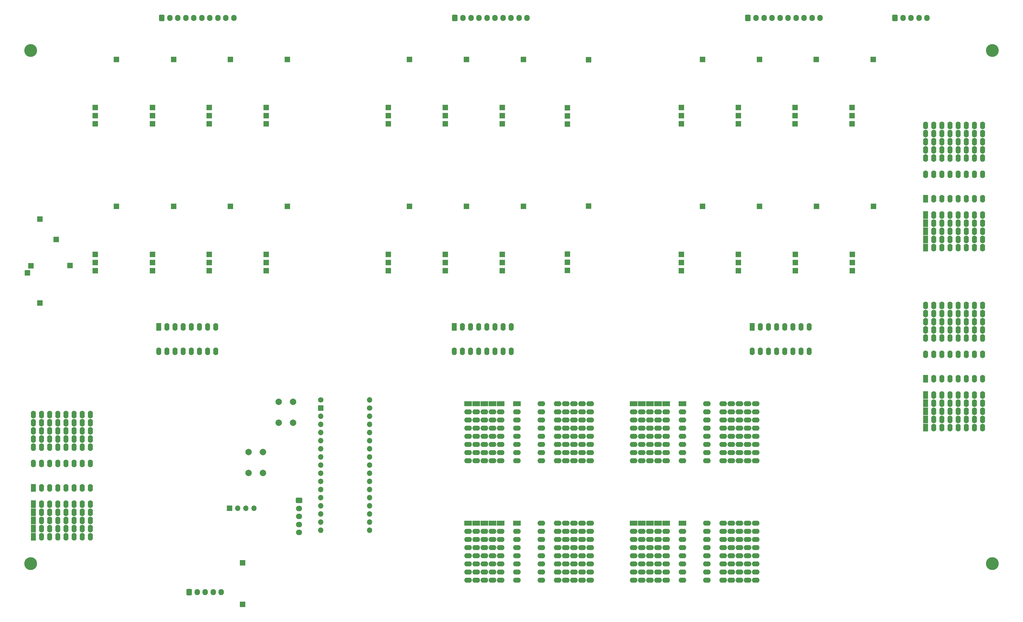
<source format=gbr>
%TF.GenerationSoftware,KiCad,Pcbnew,(5.99.0-12218-g749d2d5987)*%
%TF.CreationDate,2021-09-14T22:45:13+03:00*%
%TF.ProjectId,stend_main,7374656e-645f-46d6-9169-6e2e6b696361,rev*%
%TF.SameCoordinates,PX258bd10PYee998b0*%
%TF.FileFunction,Soldermask,Bot*%
%TF.FilePolarity,Negative*%
%FSLAX46Y46*%
G04 Gerber Fmt 4.6, Leading zero omitted, Abs format (unit mm)*
G04 Created by KiCad (PCBNEW (5.99.0-12218-g749d2d5987)) date 2021-09-14 22:45:13*
%MOMM*%
%LPD*%
G01*
G04 APERTURE LIST*
G04 Aperture macros list*
%AMRoundRect*
0 Rectangle with rounded corners*
0 $1 Rounding radius*
0 $2 $3 $4 $5 $6 $7 $8 $9 X,Y pos of 4 corners*
0 Add a 4 corners polygon primitive as box body*
4,1,4,$2,$3,$4,$5,$6,$7,$8,$9,$2,$3,0*
0 Add four circle primitives for the rounded corners*
1,1,$1+$1,$2,$3*
1,1,$1+$1,$4,$5*
1,1,$1+$1,$6,$7*
1,1,$1+$1,$8,$9*
0 Add four rect primitives between the rounded corners*
20,1,$1+$1,$2,$3,$4,$5,0*
20,1,$1+$1,$4,$5,$6,$7,0*
20,1,$1+$1,$6,$7,$8,$9,0*
20,1,$1+$1,$8,$9,$2,$3,0*%
G04 Aperture macros list end*
%ADD10R,1.700000X1.700000*%
%ADD11R,2.400000X1.600000*%
%ADD12O,2.400000X1.600000*%
%ADD13R,1.600000X2.400000*%
%ADD14O,1.600000X2.400000*%
%ADD15RoundRect,0.250000X-0.600000X-0.725000X0.600000X-0.725000X0.600000X0.725000X-0.600000X0.725000X0*%
%ADD16O,1.700000X1.950000*%
%ADD17RoundRect,0.250000X-0.725000X0.600000X-0.725000X-0.600000X0.725000X-0.600000X0.725000X0.600000X0*%
%ADD18O,1.950000X1.700000*%
%ADD19C,2.000000*%
%ADD20C,4.000000*%
%ADD21O,1.700000X1.700000*%
%ADD22C,1.700000*%
G04 APERTURE END LIST*
D10*
%TO.C,CP10*%
X43007000Y154686000D03*
%TD*%
D11*
%TO.C,BB4*%
X203298000Y64928000D03*
X193138000Y64928000D03*
X198218000Y64928000D03*
X200758000Y64928000D03*
X208378000Y64928000D03*
X195678000Y64928000D03*
D12*
X208378000Y62388000D03*
X203298000Y62388000D03*
X198218000Y62388000D03*
X200758000Y62388000D03*
X193138000Y62388000D03*
X195678000Y62388000D03*
X200758000Y59848000D03*
X198218000Y59848000D03*
X203298000Y59848000D03*
X208378000Y59848000D03*
X195678000Y59848000D03*
X193138000Y59848000D03*
X198218000Y57308000D03*
X195678000Y57308000D03*
X193138000Y57308000D03*
X208378000Y57308000D03*
X200758000Y57308000D03*
X203298000Y57308000D03*
X200758000Y54768000D03*
X198218000Y54768000D03*
X203298000Y54768000D03*
X193138000Y54768000D03*
X208378000Y54768000D03*
X195678000Y54768000D03*
X200758000Y52228000D03*
X195678000Y52228000D03*
X203298000Y52228000D03*
X208378000Y52228000D03*
X193138000Y52228000D03*
X198218000Y52228000D03*
X193138000Y49688000D03*
X195678000Y49688000D03*
X208378000Y49688000D03*
X203298000Y49688000D03*
X200758000Y49688000D03*
X198218000Y49688000D03*
X195678000Y47148000D03*
X200758000Y47148000D03*
X198218000Y47148000D03*
X193138000Y47148000D03*
X203298000Y47148000D03*
X208378000Y47148000D03*
X223618000Y47148000D03*
X228698000Y47148000D03*
X226158000Y47148000D03*
X231238000Y47148000D03*
X221078000Y47148000D03*
X215998000Y47148000D03*
X228698000Y49688000D03*
X226158000Y49688000D03*
X221078000Y49688000D03*
X231238000Y49688000D03*
X223618000Y49688000D03*
X215998000Y49688000D03*
X226158000Y52228000D03*
X221078000Y52228000D03*
X223618000Y52228000D03*
X228698000Y52228000D03*
X215998000Y52228000D03*
X231238000Y52228000D03*
X226158000Y54768000D03*
X215998000Y54768000D03*
X221078000Y54768000D03*
X223618000Y54768000D03*
X231238000Y54768000D03*
X228698000Y54768000D03*
X223618000Y57308000D03*
X215998000Y57308000D03*
X228698000Y57308000D03*
X231238000Y57308000D03*
X226158000Y57308000D03*
X221078000Y57308000D03*
X215998000Y59848000D03*
X228698000Y59848000D03*
X223618000Y59848000D03*
X221078000Y59848000D03*
X231238000Y59848000D03*
X226158000Y59848000D03*
X221078000Y59848000D03*
X221078000Y62388000D03*
X223618000Y62388000D03*
X231238000Y62388000D03*
X223618000Y62388000D03*
X215998000Y62388000D03*
X228698000Y62388000D03*
X226158000Y62388000D03*
X228698000Y62388000D03*
X221078000Y62388000D03*
X231238000Y62388000D03*
X226158000Y62388000D03*
X221078000Y64928000D03*
X228698000Y64928000D03*
X223618000Y64928000D03*
X231238000Y64928000D03*
X215998000Y64928000D03*
X226158000Y64928000D03*
%TD*%
D10*
%TO.C,CP30*%
X78486000Y108956000D03*
%TD*%
%TO.C,CP43*%
X134316000Y157226000D03*
%TD*%
%TO.C,CP50*%
X152095000Y154686000D03*
%TD*%
%TO.C,CP8*%
X31750000Y126482000D03*
%TD*%
%TO.C,CP20*%
X67276000Y172212000D03*
%TD*%
%TO.C,CP94*%
X261366000Y108956000D03*
%TD*%
%TO.C,CP1*%
X25146000Y152146000D03*
%TD*%
%TO.C,CP28*%
X85090000Y172212000D03*
%TD*%
%TO.C,CP34*%
X116586000Y154686000D03*
%TD*%
%TO.C,CP49*%
X152095000Y152146000D03*
%TD*%
%TO.C,CP95*%
X261366000Y111496000D03*
%TD*%
%TO.C,CP69*%
X208002000Y106416000D03*
%TD*%
%TO.C,CP41*%
X134316000Y152146000D03*
%TD*%
%TO.C,CP16*%
X49611000Y126482000D03*
%TD*%
%TO.C,CP88*%
X250143800Y126482000D03*
%TD*%
%TO.C,CP6*%
X25146000Y108956000D03*
%TD*%
%TO.C,CP59*%
X172415200Y157216000D03*
%TD*%
%TO.C,CP60*%
X179019200Y172202000D03*
%TD*%
%TO.C,CP31*%
X78486000Y111496000D03*
%TD*%
%TO.C,CP2*%
X25146000Y154686000D03*
%TD*%
D13*
%TO.C,BB6*%
X284226000Y72644000D03*
X284226000Y57404000D03*
X284226000Y59944000D03*
X284226000Y67564000D03*
X284226000Y62484000D03*
X284226000Y65024000D03*
D14*
X286766000Y59944000D03*
X286766000Y65024000D03*
X286766000Y62484000D03*
X286766000Y67564000D03*
X286766000Y57404000D03*
X286766000Y72644000D03*
X289306000Y72644000D03*
X289306000Y57404000D03*
X289306000Y65024000D03*
X289306000Y62484000D03*
X289306000Y59944000D03*
X289306000Y67564000D03*
X291846000Y67564000D03*
X291846000Y59944000D03*
X291846000Y65024000D03*
X291846000Y72644000D03*
X291846000Y62484000D03*
X291846000Y57404000D03*
X294386000Y72644000D03*
X294386000Y67564000D03*
X294386000Y57404000D03*
X294386000Y65024000D03*
X294386000Y62484000D03*
X294386000Y59944000D03*
X296926000Y72644000D03*
X296926000Y62484000D03*
X296926000Y57404000D03*
X296926000Y65024000D03*
X296926000Y67564000D03*
X296926000Y59944000D03*
X299466000Y72644000D03*
X299466000Y67564000D03*
X299466000Y62484000D03*
X299466000Y65024000D03*
X299466000Y59944000D03*
X299466000Y57404000D03*
X302006000Y67564000D03*
X302006000Y57404000D03*
X302006000Y72644000D03*
X302006000Y62484000D03*
X302006000Y65024000D03*
X302006000Y59944000D03*
X302006000Y90424000D03*
X302006000Y95504000D03*
X302006000Y87884000D03*
X302006000Y80264000D03*
X302006000Y92964000D03*
X302006000Y85344000D03*
X299466000Y92964000D03*
X299466000Y80264000D03*
X299466000Y85344000D03*
X299466000Y90424000D03*
X299466000Y87884000D03*
X299466000Y95504000D03*
X296926000Y95504000D03*
X296926000Y90424000D03*
X296926000Y80264000D03*
X296926000Y85344000D03*
X296926000Y87884000D03*
X296926000Y92964000D03*
X294386000Y85344000D03*
X294386000Y90424000D03*
X294386000Y92964000D03*
X294386000Y80264000D03*
X294386000Y95504000D03*
X294386000Y87884000D03*
X291846000Y95504000D03*
X291846000Y80264000D03*
X291846000Y85344000D03*
X291846000Y90424000D03*
X291846000Y87884000D03*
X291846000Y92964000D03*
X289306000Y95504000D03*
X289306000Y90424000D03*
X289306000Y87884000D03*
X289306000Y85344000D03*
X289306000Y92964000D03*
X289306000Y85344000D03*
X289306000Y80264000D03*
X286766000Y80264000D03*
X286766000Y87884000D03*
X286766000Y90424000D03*
X286766000Y90424000D03*
X286766000Y92964000D03*
X286766000Y92964000D03*
X286766000Y95504000D03*
X286766000Y85344000D03*
X286766000Y85344000D03*
X286766000Y95504000D03*
X286766000Y87884000D03*
X284226000Y90424000D03*
X284226000Y85344000D03*
X284226000Y95504000D03*
X284226000Y80264000D03*
X284226000Y87884000D03*
X284226000Y92964000D03*
%TD*%
D15*
%TO.C,X6*%
X228780000Y185166000D03*
D16*
X231280000Y185166000D03*
X233780000Y185166000D03*
X236280000Y185166000D03*
X238780000Y185166000D03*
X241280000Y185166000D03*
X243780000Y185166000D03*
X246280000Y185166000D03*
X248780000Y185166000D03*
X251280000Y185166000D03*
%TD*%
D10*
%TO.C,CP21*%
X60672000Y106416000D03*
%TD*%
%TO.C,CP55*%
X152095000Y111496000D03*
%TD*%
%TO.C,CP27*%
X78486000Y157226000D03*
%TD*%
%TO.C,CP5*%
X25146000Y106416000D03*
%TD*%
D15*
%TO.C,X3*%
X274654000Y185212000D03*
D16*
X277154000Y185212000D03*
X279654000Y185212000D03*
X282154000Y185212000D03*
X284654000Y185212000D03*
%TD*%
D10*
%TO.C,CP61*%
X172415200Y106426000D03*
%TD*%
%TO.C,CP45*%
X134316000Y106416000D03*
%TD*%
%TO.C,CP70*%
X208002000Y108956000D03*
%TD*%
D17*
%TO.C,X1*%
X88692000Y34718000D03*
D18*
X88692000Y32218000D03*
X88692000Y29718000D03*
X88692000Y27218000D03*
X88692000Y24718000D03*
%TD*%
D10*
%TO.C,CP82*%
X243459000Y154686000D03*
%TD*%
%TO.C,CP84*%
X250063000Y172212000D03*
%TD*%
%TO.C,CP47*%
X134316000Y111496000D03*
%TD*%
%TO.C,CP26*%
X78486000Y154686000D03*
%TD*%
D19*
%TO.C,S3*%
X77470000Y43284000D03*
X77470000Y49784000D03*
X72970000Y43284000D03*
X72970000Y49784000D03*
%TD*%
D10*
%TO.C,CP42*%
X134316000Y154686000D03*
%TD*%
%TO.C,CP89*%
X261239000Y152146000D03*
%TD*%
%TO.C,CP13*%
X43007000Y106416000D03*
%TD*%
%TO.C,CP32*%
X85090000Y126482000D03*
%TD*%
%TO.C,CP22*%
X60672000Y108956000D03*
%TD*%
%TO.C,CP18*%
X60672000Y154686000D03*
%TD*%
%TO.C,CP12*%
X49611000Y172212000D03*
%TD*%
D20*
%TO.C,PCB1*%
X305000000Y175000000D03*
X5000000Y15000000D03*
X5000000Y175000000D03*
X305000000Y15000000D03*
%TD*%
D10*
%TO.C,CP102*%
X5080000Y107915989D03*
%TD*%
%TO.C,CP17*%
X60672000Y152146000D03*
%TD*%
D11*
%TO.C,BB3*%
X151638000Y27638000D03*
X156718000Y27638000D03*
X141478000Y27638000D03*
X146558000Y27638000D03*
X149098000Y27638000D03*
X144018000Y27638000D03*
D12*
X144018000Y25098000D03*
X146558000Y25098000D03*
X151638000Y25098000D03*
X156718000Y25098000D03*
X141478000Y25098000D03*
X149098000Y25098000D03*
X151638000Y22558000D03*
X146558000Y22558000D03*
X156718000Y22558000D03*
X144018000Y22558000D03*
X149098000Y22558000D03*
X141478000Y22558000D03*
X151638000Y20018000D03*
X141478000Y20018000D03*
X156718000Y20018000D03*
X149098000Y20018000D03*
X144018000Y20018000D03*
X146558000Y20018000D03*
X146558000Y17478000D03*
X141478000Y17478000D03*
X151638000Y17478000D03*
X156718000Y17478000D03*
X144018000Y17478000D03*
X149098000Y17478000D03*
X151638000Y14938000D03*
X141478000Y14938000D03*
X144018000Y14938000D03*
X156718000Y14938000D03*
X146558000Y14938000D03*
X149098000Y14938000D03*
X141478000Y12398000D03*
X156718000Y12398000D03*
X151638000Y12398000D03*
X149098000Y12398000D03*
X144018000Y12398000D03*
X146558000Y12398000D03*
X151638000Y9858000D03*
X144018000Y9858000D03*
X146558000Y9858000D03*
X149098000Y9858000D03*
X156718000Y9858000D03*
X141478000Y9858000D03*
X179578000Y9858000D03*
X169418000Y9858000D03*
X171958000Y9858000D03*
X177038000Y9858000D03*
X174498000Y9858000D03*
X164338000Y9858000D03*
X171958000Y12398000D03*
X179578000Y12398000D03*
X169418000Y12398000D03*
X174498000Y12398000D03*
X177038000Y12398000D03*
X164338000Y12398000D03*
X177038000Y14938000D03*
X179578000Y14938000D03*
X174498000Y14938000D03*
X171958000Y14938000D03*
X169418000Y14938000D03*
X164338000Y14938000D03*
X169418000Y17478000D03*
X164338000Y17478000D03*
X179578000Y17478000D03*
X174498000Y17478000D03*
X177038000Y17478000D03*
X171958000Y17478000D03*
X179578000Y20018000D03*
X169418000Y20018000D03*
X164338000Y20018000D03*
X174498000Y20018000D03*
X177038000Y20018000D03*
X171958000Y20018000D03*
X164338000Y22558000D03*
X177038000Y22558000D03*
X171958000Y22558000D03*
X169418000Y22558000D03*
X169418000Y22558000D03*
X179578000Y22558000D03*
X174498000Y22558000D03*
X177038000Y25098000D03*
X169418000Y25098000D03*
X179578000Y25098000D03*
X177038000Y25098000D03*
X171958000Y25098000D03*
X171958000Y25098000D03*
X164338000Y25098000D03*
X169418000Y25098000D03*
X179578000Y25098000D03*
X174498000Y25098000D03*
X174498000Y25098000D03*
X177038000Y27638000D03*
X169418000Y27638000D03*
X171958000Y27638000D03*
X179578000Y27638000D03*
X164338000Y27638000D03*
X174498000Y27638000D03*
%TD*%
D10*
%TO.C,CP104*%
X71120000Y2286000D03*
%TD*%
%TO.C,CP83*%
X243459000Y157226000D03*
%TD*%
%TO.C,CP57*%
X172415200Y152136000D03*
%TD*%
%TO.C,CP96*%
X267970000Y126482000D03*
%TD*%
%TO.C,CP85*%
X243539800Y106416000D03*
%TD*%
D11*
%TO.C,BB2*%
X195678000Y27638000D03*
X208378000Y27638000D03*
X193138000Y27638000D03*
X203298000Y27638000D03*
X200758000Y27638000D03*
X198218000Y27638000D03*
D12*
X195678000Y25098000D03*
X193138000Y25098000D03*
X198218000Y25098000D03*
X208378000Y25098000D03*
X200758000Y25098000D03*
X203298000Y25098000D03*
X203298000Y22558000D03*
X208378000Y22558000D03*
X198218000Y22558000D03*
X200758000Y22558000D03*
X195678000Y22558000D03*
X193138000Y22558000D03*
X193138000Y20018000D03*
X208378000Y20018000D03*
X203298000Y20018000D03*
X200758000Y20018000D03*
X198218000Y20018000D03*
X195678000Y20018000D03*
X200758000Y17478000D03*
X203298000Y17478000D03*
X193138000Y17478000D03*
X195678000Y17478000D03*
X198218000Y17478000D03*
X208378000Y17478000D03*
X208378000Y14938000D03*
X200758000Y14938000D03*
X198218000Y14938000D03*
X193138000Y14938000D03*
X195678000Y14938000D03*
X203298000Y14938000D03*
X208378000Y12398000D03*
X200758000Y12398000D03*
X193138000Y12398000D03*
X195678000Y12398000D03*
X198218000Y12398000D03*
X203298000Y12398000D03*
X198218000Y9858000D03*
X200758000Y9858000D03*
X208378000Y9858000D03*
X193138000Y9858000D03*
X203298000Y9858000D03*
X195678000Y9858000D03*
X221078000Y9858000D03*
X226158000Y9858000D03*
X231238000Y9858000D03*
X228698000Y9858000D03*
X215998000Y9858000D03*
X223618000Y9858000D03*
X215998000Y12398000D03*
X226158000Y12398000D03*
X228698000Y12398000D03*
X223618000Y12398000D03*
X221078000Y12398000D03*
X231238000Y12398000D03*
X231238000Y14938000D03*
X215998000Y14938000D03*
X226158000Y14938000D03*
X228698000Y14938000D03*
X221078000Y14938000D03*
X223618000Y14938000D03*
X215998000Y17478000D03*
X231238000Y17478000D03*
X221078000Y17478000D03*
X226158000Y17478000D03*
X228698000Y17478000D03*
X223618000Y17478000D03*
X231238000Y20018000D03*
X228698000Y20018000D03*
X215998000Y20018000D03*
X223618000Y20018000D03*
X226158000Y20018000D03*
X221078000Y20018000D03*
X221078000Y22558000D03*
X221078000Y22558000D03*
X231238000Y22558000D03*
X223618000Y22558000D03*
X228698000Y22558000D03*
X215998000Y22558000D03*
X226158000Y22558000D03*
X228698000Y25098000D03*
X226158000Y25098000D03*
X231238000Y25098000D03*
X226158000Y25098000D03*
X221078000Y25098000D03*
X231238000Y25098000D03*
X221078000Y25098000D03*
X215998000Y25098000D03*
X223618000Y25098000D03*
X223618000Y25098000D03*
X228698000Y25098000D03*
X231238000Y27638000D03*
X215998000Y27638000D03*
X223618000Y27638000D03*
X221078000Y27638000D03*
X228698000Y27638000D03*
X226158000Y27638000D03*
%TD*%
D10*
%TO.C,CP64*%
X179019200Y126492000D03*
%TD*%
%TO.C,CP19*%
X60672000Y157226000D03*
%TD*%
%TO.C,CP25*%
X78486000Y152146000D03*
%TD*%
%TO.C,DD2*%
X67056000Y32258000D03*
D21*
X69596000Y32258000D03*
X72136000Y32258000D03*
X74676000Y32258000D03*
%TD*%
D10*
%TO.C,CP73*%
X225806000Y152146000D03*
%TD*%
%TO.C,CP79*%
X225804000Y111496000D03*
%TD*%
%TO.C,CP63*%
X172415200Y111506000D03*
%TD*%
%TO.C,CP37*%
X116586000Y106416000D03*
%TD*%
%TO.C,CP99*%
X12954000Y116078000D03*
%TD*%
%TO.C,CP39*%
X116586000Y111496000D03*
%TD*%
D19*
%TO.C,S4*%
X86832000Y65480000D03*
X86832000Y58980000D03*
X82332000Y65480000D03*
X82332000Y58980000D03*
%TD*%
D10*
%TO.C,CP90*%
X261239000Y154686000D03*
%TD*%
%TO.C,CP93*%
X261366000Y106416000D03*
%TD*%
%TO.C,CP36*%
X123190000Y172212000D03*
%TD*%
%TO.C,CP3*%
X25146000Y157226000D03*
%TD*%
%TO.C,CP71*%
X208002000Y111496000D03*
%TD*%
%TO.C,CP80*%
X232408000Y126482000D03*
%TD*%
%TO.C,CP56*%
X158699000Y126482000D03*
%TD*%
%TO.C,CP40*%
X123190000Y126482000D03*
%TD*%
D13*
%TO.C,BB5*%
X284226000Y128778000D03*
X284226000Y113538000D03*
X284226000Y123698000D03*
X284226000Y121158000D03*
X284226000Y118618000D03*
X284226000Y116078000D03*
D14*
X286766000Y121158000D03*
X286766000Y116078000D03*
X286766000Y128778000D03*
X286766000Y113538000D03*
X286766000Y118618000D03*
X286766000Y123698000D03*
X289306000Y116078000D03*
X289306000Y123698000D03*
X289306000Y128778000D03*
X289306000Y113538000D03*
X289306000Y121158000D03*
X289306000Y118618000D03*
X291846000Y128778000D03*
X291846000Y116078000D03*
X291846000Y118618000D03*
X291846000Y123698000D03*
X291846000Y113538000D03*
X291846000Y121158000D03*
X294386000Y113538000D03*
X294386000Y121158000D03*
X294386000Y118618000D03*
X294386000Y123698000D03*
X294386000Y128778000D03*
X294386000Y116078000D03*
X296926000Y113538000D03*
X296926000Y118618000D03*
X296926000Y128778000D03*
X296926000Y116078000D03*
X296926000Y121158000D03*
X296926000Y123698000D03*
X299466000Y121158000D03*
X299466000Y123698000D03*
X299466000Y113538000D03*
X299466000Y116078000D03*
X299466000Y118618000D03*
X299466000Y128778000D03*
X302006000Y121158000D03*
X302006000Y123698000D03*
X302006000Y113538000D03*
X302006000Y128778000D03*
X302006000Y116078000D03*
X302006000Y118618000D03*
X302006000Y144018000D03*
X302006000Y141478000D03*
X302006000Y151638000D03*
X302006000Y149098000D03*
X302006000Y146558000D03*
X302006000Y136398000D03*
X299466000Y141478000D03*
X299466000Y136398000D03*
X299466000Y151638000D03*
X299466000Y144018000D03*
X299466000Y146558000D03*
X299466000Y149098000D03*
X296926000Y144018000D03*
X296926000Y146558000D03*
X296926000Y151638000D03*
X296926000Y136398000D03*
X296926000Y141478000D03*
X296926000Y149098000D03*
X294386000Y151638000D03*
X294386000Y141478000D03*
X294386000Y149098000D03*
X294386000Y144018000D03*
X294386000Y146558000D03*
X294386000Y136398000D03*
X291846000Y141478000D03*
X291846000Y149098000D03*
X291846000Y151638000D03*
X291846000Y136398000D03*
X291846000Y146558000D03*
X291846000Y144018000D03*
X289306000Y149098000D03*
X289306000Y141478000D03*
X289306000Y141478000D03*
X289306000Y144018000D03*
X289306000Y151638000D03*
X289306000Y136398000D03*
X289306000Y146558000D03*
X286766000Y141478000D03*
X286766000Y151638000D03*
X286766000Y149098000D03*
X286766000Y141478000D03*
X286766000Y146558000D03*
X286766000Y151638000D03*
X286766000Y136398000D03*
X286766000Y149098000D03*
X286766000Y144018000D03*
X286766000Y144018000D03*
X286766000Y146558000D03*
X284226000Y144018000D03*
X284226000Y141478000D03*
X284226000Y151638000D03*
X284226000Y136398000D03*
X284226000Y146558000D03*
X284226000Y149098000D03*
%TD*%
D10*
%TO.C,CP29*%
X78486000Y106416000D03*
%TD*%
%TO.C,CP72*%
X214606000Y126482000D03*
%TD*%
%TO.C,CP58*%
X172415200Y154676000D03*
%TD*%
%TO.C,CP98*%
X17272000Y107950000D03*
%TD*%
%TO.C,CP48*%
X140920000Y126482000D03*
%TD*%
%TO.C,CP103*%
X71120000Y15240000D03*
%TD*%
%TO.C,CP86*%
X243539800Y108956000D03*
%TD*%
%TO.C,CP91*%
X261239000Y157226000D03*
%TD*%
%TO.C,CP14*%
X43007000Y108956000D03*
%TD*%
%TO.C,CP87*%
X243539800Y111496000D03*
%TD*%
%TO.C,CP9*%
X43007000Y152146000D03*
%TD*%
D11*
%TO.C,BB7*%
X151638000Y64928000D03*
X149098000Y64928000D03*
X141478000Y64928000D03*
X144018000Y64928000D03*
X156718000Y64928000D03*
X146558000Y64928000D03*
D12*
X144018000Y62388000D03*
X156718000Y62388000D03*
X149098000Y62388000D03*
X141478000Y62388000D03*
X151638000Y62388000D03*
X146558000Y62388000D03*
X151638000Y59848000D03*
X141478000Y59848000D03*
X144018000Y59848000D03*
X156718000Y59848000D03*
X146558000Y59848000D03*
X149098000Y59848000D03*
X151638000Y57308000D03*
X146558000Y57308000D03*
X149098000Y57308000D03*
X156718000Y57308000D03*
X144018000Y57308000D03*
X141478000Y57308000D03*
X141478000Y54768000D03*
X144018000Y54768000D03*
X149098000Y54768000D03*
X156718000Y54768000D03*
X151638000Y54768000D03*
X146558000Y54768000D03*
X141478000Y52228000D03*
X151638000Y52228000D03*
X144018000Y52228000D03*
X149098000Y52228000D03*
X156718000Y52228000D03*
X146558000Y52228000D03*
X141478000Y49688000D03*
X149098000Y49688000D03*
X151638000Y49688000D03*
X156718000Y49688000D03*
X146558000Y49688000D03*
X144018000Y49688000D03*
X151638000Y47148000D03*
X141478000Y47148000D03*
X146558000Y47148000D03*
X149098000Y47148000D03*
X156718000Y47148000D03*
X144018000Y47148000D03*
X164338000Y47148000D03*
X179578000Y47148000D03*
X169418000Y47148000D03*
X177038000Y47148000D03*
X171958000Y47148000D03*
X174498000Y47148000D03*
X169418000Y49688000D03*
X164338000Y49688000D03*
X171958000Y49688000D03*
X179578000Y49688000D03*
X174498000Y49688000D03*
X177038000Y49688000D03*
X171958000Y52228000D03*
X179578000Y52228000D03*
X169418000Y52228000D03*
X177038000Y52228000D03*
X174498000Y52228000D03*
X164338000Y52228000D03*
X169418000Y54768000D03*
X174498000Y54768000D03*
X164338000Y54768000D03*
X179578000Y54768000D03*
X171958000Y54768000D03*
X177038000Y54768000D03*
X171958000Y57308000D03*
X164338000Y57308000D03*
X174498000Y57308000D03*
X177038000Y57308000D03*
X169418000Y57308000D03*
X179578000Y57308000D03*
X169418000Y59848000D03*
X164338000Y59848000D03*
X169418000Y59848000D03*
X179578000Y59848000D03*
X177038000Y59848000D03*
X174498000Y59848000D03*
X171958000Y59848000D03*
X169418000Y62388000D03*
X164338000Y62388000D03*
X179578000Y62388000D03*
X177038000Y62388000D03*
X171958000Y62388000D03*
X174498000Y62388000D03*
X174498000Y62388000D03*
X177038000Y62388000D03*
X179578000Y62388000D03*
X169418000Y62388000D03*
X171958000Y62388000D03*
X169418000Y64928000D03*
X177038000Y64928000D03*
X174498000Y64928000D03*
X179578000Y64928000D03*
X164338000Y64928000D03*
X171958000Y64928000D03*
%TD*%
D10*
%TO.C,CP76*%
X232410000Y172212000D03*
%TD*%
%TO.C,CP15*%
X43007000Y111496000D03*
%TD*%
D15*
%TO.C,X4*%
X45880000Y185166000D03*
D16*
X48380000Y185166000D03*
X50880000Y185166000D03*
X53380000Y185166000D03*
X55880000Y185166000D03*
X58380000Y185166000D03*
X60880000Y185166000D03*
X63380000Y185166000D03*
X65880000Y185166000D03*
X68380000Y185166000D03*
%TD*%
D15*
%TO.C,X5*%
X137340000Y185166000D03*
D16*
X139840000Y185166000D03*
X142340000Y185166000D03*
X144840000Y185166000D03*
X147340000Y185166000D03*
X149840000Y185166000D03*
X152340000Y185166000D03*
X154840000Y185166000D03*
X157340000Y185166000D03*
X159840000Y185166000D03*
%TD*%
D10*
%TO.C,CP46*%
X134316000Y108956000D03*
%TD*%
D15*
%TO.C,X2*%
X54436000Y6142000D03*
D16*
X56936000Y6142000D03*
X59436000Y6142000D03*
X61936000Y6142000D03*
X64436000Y6142000D03*
%TD*%
D10*
%TO.C,CP24*%
X67276000Y126482000D03*
%TD*%
%TO.C,CP78*%
X225804000Y108956000D03*
%TD*%
%TO.C,CP101*%
X3940000Y105664000D03*
%TD*%
%TO.C,CP33*%
X116586000Y152146000D03*
%TD*%
%TO.C,CP51*%
X152095000Y157226000D03*
%TD*%
D21*
%TO.C,DD1*%
X95504000Y25400000D03*
X110744000Y25400000D03*
D22*
X95504000Y66040000D03*
D21*
X110744000Y66040000D03*
D10*
X95504000Y63500000D03*
D21*
X95504000Y60960000D03*
X95504000Y58420000D03*
X95504000Y55880000D03*
X95504000Y53340000D03*
X95504000Y50800000D03*
X95504000Y48260000D03*
X95504000Y45720000D03*
X95504000Y43180000D03*
X95504000Y40640000D03*
X95504000Y38100000D03*
X95504000Y35560000D03*
X95504000Y33020000D03*
X95504000Y30480000D03*
X95504000Y27940000D03*
X110744000Y27940000D03*
X110744000Y30480000D03*
X110744000Y33020000D03*
X110744000Y35560000D03*
X110744000Y38100000D03*
X110744000Y40640000D03*
X110744000Y43180000D03*
X110744000Y45720000D03*
X110744000Y48260000D03*
X110744000Y50800000D03*
X110744000Y53340000D03*
X110744000Y55880000D03*
X110744000Y58420000D03*
X110744000Y60960000D03*
D22*
X110744000Y63500000D03*
%TD*%
D10*
%TO.C,CP65*%
X208026000Y152146000D03*
%TD*%
%TO.C,CP75*%
X225806000Y157226000D03*
%TD*%
%TO.C,CP67*%
X208026000Y157226000D03*
%TD*%
%TO.C,CP23*%
X60672000Y111496000D03*
%TD*%
%TO.C,CP66*%
X208026000Y154686000D03*
%TD*%
%TO.C,CP53*%
X152095000Y106416000D03*
%TD*%
D13*
%TO.C,BB1*%
X5832000Y33528000D03*
X5832000Y23368000D03*
X5832000Y38608000D03*
X5832000Y28448000D03*
X5832000Y25908000D03*
X5832000Y30988000D03*
D14*
X8372000Y25908000D03*
X8372000Y23368000D03*
X8372000Y38608000D03*
X8372000Y28448000D03*
X8372000Y33528000D03*
X8372000Y30988000D03*
X10912000Y28448000D03*
X10912000Y38608000D03*
X10912000Y33528000D03*
X10912000Y23368000D03*
X10912000Y30988000D03*
X10912000Y25908000D03*
X13452000Y28448000D03*
X13452000Y38608000D03*
X13452000Y25908000D03*
X13452000Y33528000D03*
X13452000Y23368000D03*
X13452000Y30988000D03*
X15992000Y25908000D03*
X15992000Y38608000D03*
X15992000Y28448000D03*
X15992000Y23368000D03*
X15992000Y30988000D03*
X15992000Y33528000D03*
X18532000Y38608000D03*
X18532000Y28448000D03*
X18532000Y23368000D03*
X18532000Y30988000D03*
X18532000Y33528000D03*
X18532000Y25908000D03*
X21072000Y25908000D03*
X21072000Y33528000D03*
X21072000Y30988000D03*
X21072000Y28448000D03*
X21072000Y38608000D03*
X21072000Y23368000D03*
X23612000Y30988000D03*
X23612000Y38608000D03*
X23612000Y23368000D03*
X23612000Y25908000D03*
X23612000Y28448000D03*
X23612000Y33528000D03*
X23612000Y51308000D03*
X23612000Y53848000D03*
X23612000Y46228000D03*
X23612000Y56388000D03*
X23612000Y58928000D03*
X23612000Y61468000D03*
X21072000Y58928000D03*
X21072000Y56388000D03*
X21072000Y51308000D03*
X21072000Y53848000D03*
X21072000Y61468000D03*
X21072000Y46228000D03*
X18532000Y51308000D03*
X18532000Y46228000D03*
X18532000Y56388000D03*
X18532000Y61468000D03*
X18532000Y53848000D03*
X18532000Y58928000D03*
X15992000Y58928000D03*
X15992000Y51308000D03*
X15992000Y53848000D03*
X15992000Y61468000D03*
X15992000Y46228000D03*
X15992000Y56388000D03*
X13452000Y61468000D03*
X13452000Y56388000D03*
X13452000Y51308000D03*
X13452000Y46228000D03*
X13452000Y53848000D03*
X13452000Y58928000D03*
X10912000Y51308000D03*
X10912000Y51308000D03*
X10912000Y61468000D03*
X10912000Y58928000D03*
X10912000Y53848000D03*
X10912000Y56388000D03*
X10912000Y46228000D03*
X8372000Y51308000D03*
X8372000Y61468000D03*
X8372000Y61468000D03*
X8372000Y53848000D03*
X8372000Y58928000D03*
X8372000Y58928000D03*
X8372000Y56388000D03*
X8372000Y46228000D03*
X8372000Y53848000D03*
X8372000Y56388000D03*
X8372000Y51308000D03*
X5832000Y51308000D03*
X5832000Y56388000D03*
X5832000Y46228000D03*
X5832000Y53848000D03*
X5832000Y61468000D03*
X5832000Y58928000D03*
%TD*%
D10*
%TO.C,CP97*%
X7874000Y122428000D03*
%TD*%
%TO.C,CP44*%
X140920000Y172212000D03*
%TD*%
%TO.C,CP38*%
X116586000Y108956000D03*
%TD*%
%TO.C,CP4*%
X31750000Y172212000D03*
%TD*%
%TO.C,CP7*%
X25146000Y111496000D03*
%TD*%
%TO.C,CP81*%
X243459000Y152146000D03*
%TD*%
%TO.C,CP62*%
X172415200Y108966000D03*
%TD*%
%TO.C,CP54*%
X152095000Y108956000D03*
%TD*%
%TO.C,CP100*%
X7874000Y96266000D03*
%TD*%
%TO.C,CP77*%
X225804000Y106416000D03*
%TD*%
%TO.C,CP35*%
X116586000Y157226000D03*
%TD*%
%TO.C,CP11*%
X43007000Y157226000D03*
%TD*%
%TO.C,CP68*%
X214630000Y172212000D03*
%TD*%
%TO.C,CP92*%
X267843000Y172212000D03*
%TD*%
%TO.C,CP52*%
X158699000Y172212000D03*
%TD*%
%TO.C,CP74*%
X225806000Y154686000D03*
%TD*%
D13*
%TO.C,DD5*%
X230124000Y88890000D03*
D14*
X232664000Y88890000D03*
X235204000Y88890000D03*
X237744000Y88890000D03*
X240284000Y88890000D03*
X242824000Y88890000D03*
X245364000Y88890000D03*
X247904000Y88890000D03*
X247904000Y81270000D03*
X245364000Y81270000D03*
X242824000Y81270000D03*
X240284000Y81270000D03*
X237744000Y81270000D03*
X235204000Y81270000D03*
X232664000Y81270000D03*
X230124000Y81270000D03*
%TD*%
D13*
%TO.C,DD3*%
X44948000Y88890000D03*
D14*
X47488000Y88890000D03*
X50028000Y88890000D03*
X52568000Y88890000D03*
X55108000Y88890000D03*
X57648000Y88890000D03*
X60188000Y88890000D03*
X62728000Y88890000D03*
X62728000Y81270000D03*
X60188000Y81270000D03*
X57648000Y81270000D03*
X55108000Y81270000D03*
X52568000Y81270000D03*
X50028000Y81270000D03*
X47488000Y81270000D03*
X44948000Y81270000D03*
%TD*%
D13*
%TO.C,DD4*%
X137150000Y88890000D03*
D14*
X139690000Y88890000D03*
X142230000Y88890000D03*
X144770000Y88890000D03*
X147310000Y88890000D03*
X149850000Y88890000D03*
X152390000Y88890000D03*
X154930000Y88890000D03*
X154930000Y81270000D03*
X152390000Y81270000D03*
X149850000Y81270000D03*
X147310000Y81270000D03*
X144770000Y81270000D03*
X142230000Y81270000D03*
X139690000Y81270000D03*
X137150000Y81270000D03*
%TD*%
M02*

</source>
